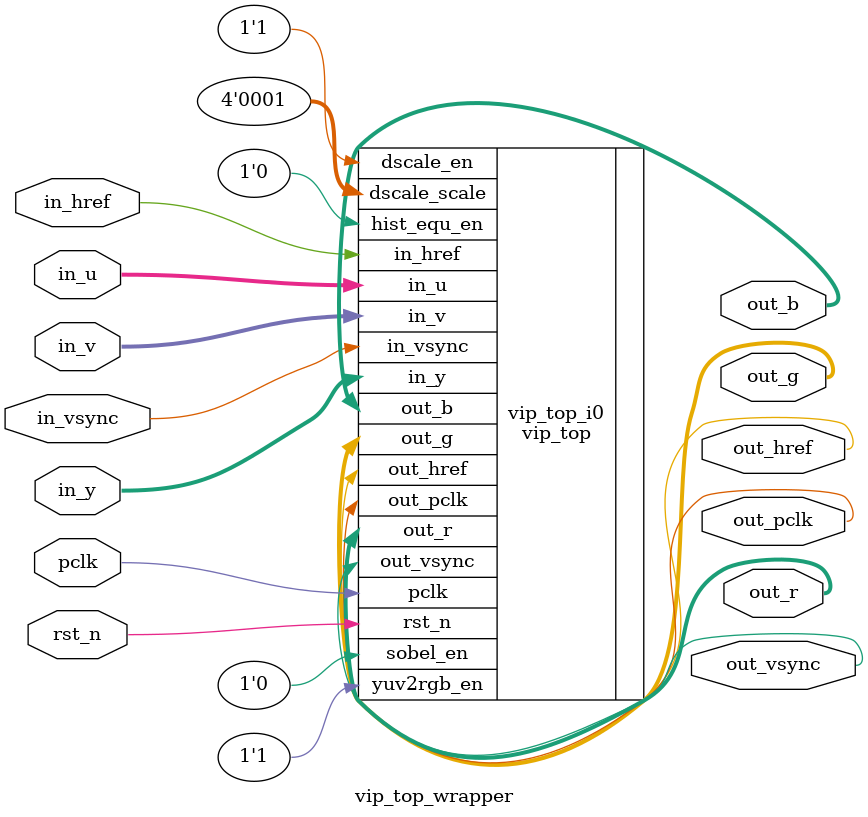
<source format=v>
/*************************************************************************
    > File Name: vip_top_wrapper.v
    > Author: bxq
    > Mail: 544177215@qq.com
    > Created Time: Thu 21 Jan 2021 21:50:04 GMT
 ************************************************************************/


module vip_top_wrapper
#(
	parameter BITS = 8,
	parameter WIDTH = 1280,
	parameter HEIGHT = 960
)
(
	input pclk,
	input rst_n,
	
	input in_href,
	input in_vsync,
	input [BITS-1:0] in_y,
	input [BITS-1:0] in_u,
	input [BITS-1:0] in_v,
	
	output out_pclk,
	output out_href,
	output out_vsync,
	output [BITS-1:0] out_r,
	output [BITS-1:0] out_g,
	output [BITS-1:0] out_b
);

	localparam EN_HIST_EQU = 1'b0;
	localparam EN_SOBEL = 1'b0;
	localparam EN_YUV2RGB = 1'b1;
	localparam EN_DSCALE = 1'b1;
	localparam DSCALE_SCALE = 4'd1;//1/2

	vip_top #(BITS, WIDTH, HEIGHT) vip_top_i0 (
			.pclk(pclk),
			.rst_n(rst_n),
			
			.in_href(in_href),
			.in_vsync(in_vsync),
			.in_y(in_y),
			.in_u(in_u),
			.in_v(in_v),
			
			.out_pclk(out_pclk),
			.out_href(out_href),
			.out_vsync(out_vsync),
			.out_r(out_r),
			.out_g(out_g),
			.out_b(out_b),

			.hist_equ_en(EN_HIST_EQU),
			.sobel_en(EN_SOBEL),
			.yuv2rgb_en(EN_YUV2RGB),
			.dscale_en(EN_DSCALE),
			.dscale_scale(DSCALE_SCALE)
		);
endmodule

</source>
